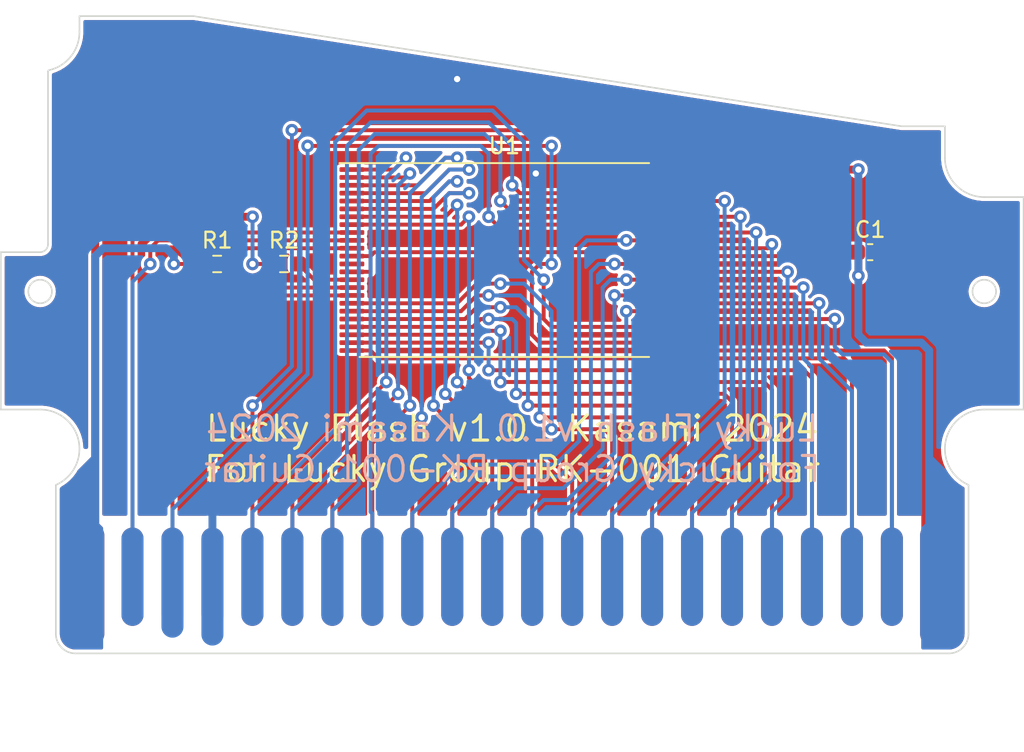
<source format=kicad_pcb>
(kicad_pcb (version 20221018) (generator pcbnew)
  (title_block (rev "1.0"))
  (layers (0 "F.Cu" signal) (31 "B.Cu" signal) (34 "B.Paste" user) (35 "F.Paste" user) (36 "B.SilkS" user "B.Silkscreen") (37 "F.SilkS" user "F.Silkscreen") (38 "B.Mask" user) (39 "F.Mask" user) (44 "Edge.Cuts" user))
  (net 0 "")
  (net 1 "/VCC")
  (net 2 "/A19")
  (net 3 "/A18")
  (net 4 "/A17")
  (net 5 "/A16")
  (net 6 "/A15")
  (net 7 "/A14")
  (net 8 "/A13")
  (net 9 "/A12")
  (net 10 "/A11")
  (net 11 "/A10")
  (net 12 "/A9")
  (net 13 "/A8")
  (net 14 "/A7")
  (net 15 "/A6")
  (net 16 "/A5")
  (net 17 "/A4")
  (net 18 "/A3")
  (net 19 "/A2")
  (net 20 "/A1")
  (net 21 "/A0")
  (net 22 "/A20")
  (net 23 "/CE")
  (net 24 "/OE")
  (net 25 "/D15")
  (net 26 "/D14")
  (net 27 "/D13")
  (net 28 "/D12")
  (net 29 "/D11")
  (net 30 "/D10")
  (net 31 "/D9")
  (net 32 "/D8")
  (net 33 "/D7")
  (net 34 "/D6")
  (net 35 "/D5")
  (net 36 "/D4")
  (net 37 "/D3")
  (net 38 "/D2")
  (net 39 "/D1")
  (net 40 "/D0")
  (net 41 "/GND")
  (net 42 "/RYBY")
  (net 43 "/WE")
  (net 44 "/F_WE")
  (net 45 "/F_RYBY")
  (footprint "Package_SO:TSOP-I-48_18.4x12mm_P0.5mm" (layer "F.Cu") (at 45.5 31)
    (fp_text reference "U1" (at 0 -7.25) (layer "F.SilkS"))
    (fp_text value "Flash-TSOP48-32Mbit")
    (fp_line (start 0 -6.16) (end -10.475 -6.16) (stroke (width 0.12)) (layer "F.SilkS"))
    (fp_line (start 0 -6.16) (end 9.2 -6.16) (stroke (width 0.12)) (layer "F.SilkS"))
    (fp_line (start 0 6.16) (end -9.2 6.16) (stroke (width 0.12)) (layer "F.SilkS"))
    (fp_line (start 0 6.16) (end 9.2 6.16) (stroke (width 0.12)) (layer "F.SilkS"))
    (pad "1" smd roundrect (at -9.6875 -5.75) (size 1.575 0.3) (layers "F.Cu" "F.Paste" "F.Mask") (net 6 "/A15"))
    (pad "2" smd roundrect (at -9.6875 -5.25) (size 1.575 0.3) (layers "F.Cu" "F.Paste" "F.Mask") (net 7 "/A14"))
    (pad "3" smd roundrect (at -9.6875 -4.75) (size 1.575 0.3) (layers "F.Cu" "F.Paste" "F.Mask") (net 8 "/A13"))
    (pad "4" smd roundrect (at -9.6875 -4.25) (size 1.575 0.3) (layers "F.Cu" "F.Paste" "F.Mask") (net 9 "/A12"))
    (pad "5" smd roundrect (at -9.6875 -3.75) (size 1.575 0.3) (layers "F.Cu" "F.Paste" "F.Mask") (net 10 "/A11"))
    (pad "6" smd roundrect (at -9.6875 -3.25) (size 1.575 0.3) (layers "F.Cu" "F.Paste" "F.Mask") (net 11 "/A10"))
    (pad "7" smd roundrect (at -9.6875 -2.75) (size 1.575 0.3) (layers "F.Cu" "F.Paste" "F.Mask") (net 12 "/A9"))
    (pad "8" smd roundrect (at -9.6875 -2.25) (size 1.575 0.3) (layers "F.Cu" "F.Paste" "F.Mask") (net 13 "/A8"))
    (pad "9" smd roundrect (at -9.6875 -1.75) (size 1.575 0.3) (layers "F.Cu" "F.Paste" "F.Mask") (net 2 "/A19"))
    (pad "10" smd roundrect (at -9.6875 -1.25) (size 1.575 0.3) (layers "F.Cu" "F.Paste" "F.Mask") (net 22 "/A20"))
    (pad "11" smd roundrect (at -9.6875 -0.75) (size 1.575 0.3) (layers "F.Cu" "F.Paste" "F.Mask") (net 43 "/WE"))
    (pad "12" smd roundrect (at -9.6875 -0.25) (size 1.575 0.3) (layers "F.Cu" "F.Paste" "F.Mask") (net 1 "/VCC"))
    (pad "13" smd roundrect (at -9.6875 0.25) (size 1.575 0.3) (layers "F.Cu" "F.Paste" "F.Mask"))
    (pad "14" smd roundrect (at -9.6875 0.75) (size 1.575 0.3) (layers "F.Cu" "F.Paste" "F.Mask") (net 1 "/VCC"))
    (pad "15" smd roundrect (at -9.6875 1.25) (size 1.575 0.3) (layers "F.Cu" "F.Paste" "F.Mask") (net 42 "/RYBY"))
    (pad "16" smd roundrect (at -9.6875 1.75) (size 1.575 0.3) (layers "F.Cu" "F.Paste" "F.Mask") (net 3 "/A18"))
    (pad "17" smd roundrect (at -9.6875 2.25) (size 1.575 0.3) (layers "F.Cu" "F.Paste" "F.Mask") (net 4 "/A17"))
    (pad "18" smd roundrect (at -9.6875 2.75) (size 1.575 0.3) (layers "F.Cu" "F.Paste" "F.Mask") (net 14 "/A7"))
    (pad "19" smd roundrect (at -9.6875 3.25) (size 1.575 0.3) (layers "F.Cu" "F.Paste" "F.Mask") (net 15 "/A6"))
    (pad "20" smd roundrect (at -9.6875 3.75) (size 1.575 0.3) (layers "F.Cu" "F.Paste" "F.Mask") (net 16 "/A5"))
    (pad "21" smd roundrect (at -9.6875 4.25) (size 1.575 0.3) (layers "F.Cu" "F.Paste" "F.Mask") (net 17 "/A4"))
    (pad "22" smd roundrect (at -9.6875 4.75) (size 1.575 0.3) (layers "F.Cu" "F.Paste" "F.Mask") (net 18 "/A3"))
    (pad "23" smd roundrect (at -9.6875 5.25) (size 1.575 0.3) (layers "F.Cu" "F.Paste" "F.Mask") (net 19 "/A2"))
    (pad "24" smd roundrect (at -9.6875 5.75) (size 1.575 0.3) (layers "F.Cu" "F.Paste" "F.Mask") (net 20 "/A1"))
    (pad "25" smd roundrect (at 9.6875 5.75) (size 1.575 0.3) (layers "F.Cu" "F.Paste" "F.Mask") (net 21 "/A0"))
    (pad "26" smd roundrect (at 9.6875 5.25) (size 1.575 0.3) (layers "F.Cu" "F.Paste" "F.Mask") (net 23 "/CE"))
    (pad "27" smd roundrect (at 9.6875 4.75) (size 1.575 0.3) (layers "F.Cu" "F.Paste" "F.Mask") (net 41 "/GND"))
    (pad "28" smd roundrect (at 9.6875 4.25) (size 1.575 0.3) (layers "F.Cu" "F.Paste" "F.Mask") (net 24 "/OE"))
    (pad "29" smd roundrect (at 9.6875 3.75) (size 1.575 0.3) (layers "F.Cu" "F.Paste" "F.Mask") (net 40 "/D0"))
    (pad "30" smd roundrect (at 9.6875 3.25) (size 1.575 0.3) (layers "F.Cu" "F.Paste" "F.Mask") (net 32 "/D8"))
    (pad "31" smd roundrect (at 9.6875 2.75) (size 1.575 0.3) (layers "F.Cu" "F.Paste" "F.Mask") (net 39 "/D1"))
    (pad "32" smd roundrect (at 9.6875 2.25) (size 1.575 0.3) (layers "F.Cu" "F.Paste" "F.Mask") (net 31 "/D9"))
    (pad "33" smd roundrect (at 9.6875 1.75) (size 1.575 0.3) (layers "F.Cu" "F.Paste" "F.Mask") (net 38 "/D2"))
    (pad "34" smd roundrect (at 9.6875 1.25) (size 1.575 0.3) (layers "F.Cu" "F.Paste" "F.Mask") (net 30 "/D10"))
    (pad "35" smd roundrect (at 9.6875 0.75) (size 1.575 0.3) (layers "F.Cu" "F.Paste" "F.Mask") (net 37 "/D3"))
    (pad "36" smd roundrect (at 9.6875 0.25) (size 1.575 0.3) (layers "F.Cu" "F.Paste" "F.Mask") (net 29 "/D11"))
    (pad "37" smd roundrect (at 9.6875 -0.25) (size 1.575 0.3) (layers "F.Cu" "F.Paste" "F.Mask") (net 1 "/VCC"))
    (pad "38" smd roundrect (at 9.6875 -0.75) (size 1.575 0.3) (layers "F.Cu" "F.Paste" "F.Mask") (net 36 "/D4"))
    (pad "39" smd roundrect (at 9.6875 -1.25) (size 1.575 0.3) (layers "F.Cu" "F.Paste" "F.Mask") (net 28 "/D12"))
    (pad "40" smd roundrect (at 9.6875 -1.75) (size 1.575 0.3) (layers "F.Cu" "F.Paste" "F.Mask") (net 35 "/D5"))
    (pad "41" smd roundrect (at 9.6875 -2.25) (size 1.575 0.3) (layers "F.Cu" "F.Paste" "F.Mask") (net 27 "/D13"))
    (pad "42" smd roundrect (at 9.6875 -2.75) (size 1.575 0.3) (layers "F.Cu" "F.Paste" "F.Mask") (net 34 "/D6"))
    (pad "43" smd roundrect (at 9.6875 -3.25) (size 1.575 0.3) (layers "F.Cu" "F.Paste" "F.Mask") (net 26 "/D14"))
    (pad "44" smd roundrect (at 9.6875 -3.75) (size 1.575 0.3) (layers "F.Cu" "F.Paste" "F.Mask") (net 33 "/D7"))
    (pad "45" smd roundrect (at 9.6875 -4.25) (size 1.575 0.3) (layers "F.Cu" "F.Paste" "F.Mask") (net 25 "/D15"))
    (pad "46" smd roundrect (at 9.6875 -4.75) (size 1.575 0.3) (layers "F.Cu" "F.Paste" "F.Mask") (net 41 "/GND"))
    (pad "47" smd roundrect (at 9.6875 -5.25) (size 1.575 0.3) (layers "F.Cu" "F.Paste" "F.Mask") (net 1 "/VCC"))
    (pad "48" smd roundrect (at 9.6875 -5.75) (size 1.575 0.3) (layers "F.Cu" "F.Paste" "F.Mask") (net 5 "/A16"))
  )
  (footprint "Resistor_SMD:R_0603_1608Metric_Pad0.98x0.95mm_HandSolder" (layer "F.Cu") (at 27.25 31.25 180)
    (fp_text reference "R1" (at 0 1.5) (layer "F.SilkS"))
    (fp_text value "100R")
    (fp_line (start -0.254724 -0.5225) (end 0.254724 -0.5225) (stroke (width 0.12)) (layer "F.SilkS"))
    (fp_line (start -0.254724 0.5225) (end 0.254724 0.5225) (stroke (width 0.12)) (layer "F.SilkS"))
    (pad "1" smd roundrect (at -0.9125 0 180) (size 0.975 0.95) (layers "F.Cu" "F.Paste" "F.Mask") (net 43 "/WE"))
    (pad "2" smd roundrect (at 0.9125 0 180) (size 0.975 0.95) (layers "F.Cu" "F.Paste" "F.Mask") (net 44 "/F_WE"))
  )
  (footprint "Capacitor_SMD:C_0603_1608Metric_Pad1.08x0.95mm_HandSolder" (layer "F.Cu") (at 68.75 30.5)
    (fp_text reference "C1" (at 0 -1.43) (layer "F.SilkS"))
    (fp_text value "100n")
    (fp_line (start -0.146267 -0.51) (end 0.146267 -0.51) (stroke (width 0.12)) (layer "F.SilkS"))
    (fp_line (start -0.146267 0.51) (end 0.146267 0.51) (stroke (width 0.12)) (layer "F.SilkS"))
    (pad "1" smd roundrect (at -0.8625 0) (size 1.075 0.95) (layers "F.Cu" "F.Paste" "F.Mask") (net 1 "/VCC"))
    (pad "2" smd roundrect (at 0.8625 0) (size 1.075 0.95) (layers "F.Cu" "F.Paste" "F.Mask") (net 41 "/GND"))
  )
  (footprint "Resistor_SMD:R_0603_1608Metric_Pad0.98x0.95mm_HandSolder" (layer "F.Cu") (at 31.5 31.25 180)
    (fp_text reference "R2" (at 0 1.5) (layer "F.SilkS"))
    (fp_text value "100R")
    (fp_line (start -0.254724 -0.5225) (end 0.254724 -0.5225) (stroke (width 0.12)) (layer "F.SilkS"))
    (fp_line (start -0.254724 0.5225) (end 0.254724 0.5225) (stroke (width 0.12)) (layer "F.SilkS"))
    (pad "1" smd roundrect (at -0.9125 0 180) (size 0.975 0.95) (layers "F.Cu" "F.Paste" "F.Mask") (net 42 "/RYBY"))
    (pad "2" smd roundrect (at 0.9125 0 180) (size 0.975 0.95) (layers "F.Cu" "F.Paste" "F.Mask") (net 45 "/F_RYBY"))
  )
  (footprint "CartParts:LuckyCartEdge" (layer "B.Cu") (at 46 56 180)
    (fp_text reference "J1" hide)
    (fp_text value "Edge")
    (pad "1" connect oval (at -26.67 4.375 180) (size 1.5 7.75) (layers "B.Cu" "B.Mask") (net 1 "/VCC"))
    (pad "2" connect oval (at -26.67 4.375 180) (size 1.5 7.75) (layers "F.Cu" "F.Mask") (net 41 "/GND"))
    (pad "3" connect oval (at -24.13 4.875 180) (size 1.4 6.25) (layers "B.Cu" "B.Mask") (net 40 "/D0"))
    (pad "4" connect oval (at -24.13 4.875 180) (size 1.4 6.25) (layers "F.Cu" "F.Mask") (net 21 "/A0"))
    (pad "5" connect oval (at -21.59 4.875 180) (size 1.4 6.25) (layers "B.Cu" "B.Mask") (net 39 "/D1"))
    (pad "6" connect oval (at -21.59 4.875 180) (size 1.4 6.25) (layers "F.Cu" "F.Mask") (net 20 "/A1"))
    (pad "7" connect oval (at -19.05 4.875 180) (size 1.4 6.25) (layers "B.Cu" "B.Mask") (net 38 "/D2"))
    (pad "8" connect oval (at -19.05 4.875 180) (size 1.4 6.25) (layers "F.Cu" "F.Mask") (net 19 "/A2"))
    (pad "9" connect oval (at -16.51 4.875 180) (size 1.4 6.25) (layers "B.Cu" "B.Mask") (net 37 "/D3"))
    (pad "10" connect oval (at -16.51 4.875 180) (size 1.4 6.25) (layers "F.Cu" "F.Mask") (net 18 "/A3"))
    (pad "11" connect oval (at -13.97 4.875 180) (size 1.4 6.25) (layers "B.Cu" "B.Mask") (net 36 "/D4"))
    (pad "12" connect oval (at -13.97 4.875 180) (size 1.4 6.25) (layers "F.Cu" "F.Mask") (net 17 "/A4"))
    (pad "13" connect oval (at -11.43 4.875 180) (size 1.4 6.25) (layers "B.Cu" "B.Mask") (net 35 "/D5"))
    (pad "14" connect oval (at -11.43 4.875 180) (size 1.4 6.25) (layers "F.Cu" "F.Mask") (net 16 "/A5"))
    (pad "15" connect oval (at -8.89 4.875 180) (size 1.4 6.25) (layers "B.Cu" "B.Mask") (net 34 "/D6"))
    (pad "16" connect oval (at -8.89 4.875 180) (size 1.4 6.25) (layers "F.Cu" "F.Mask") (net 15 "/A6"))
    (pad "17" connect oval (at -6.35 4.875 180) (size 1.4 6.25) (layers "B.Cu" "B.Mask") (net 33 "/D7"))
    (pad "18" connect oval (at -6.35 4.875 180) (size 1.4 6.25) (layers "F.Cu" "F.Mask") (net 14 "/A7"))
    (pad "19" connect oval (at -3.81 4.875 180) (size 1.4 6.25) (layers "B.Cu" "B.Mask") (net 32 "/D8"))
    (pad "20" connect oval (at -3.81 4.875 180) (size 1.4 6.25) (layers "F.Cu" "F.Mask") (net 13 "/A8"))
    (pad "21" connect oval (at -1.27 4.875 180) (size 1.4 6.25) (layers "B.Cu" "B.Mask") (net 31 "/D9"))
    (pad "22" connect oval (at -1.27 4.875 180) (size 1.4 6.25) (layers "F.Cu" "F.Mask") (net 12 "/A9"))
    (pad "23" connect oval (at 1.27 4.875 180) (size 1.4 6.25) (layers "B.Cu" "B.Mask") (net 30 "/D10"))
    (pad "24" connect oval (at 1.27 4.875 180) (size 1.4 6.25) (layers "F.Cu" "F.Mask") (net 11 "/A10"))
    (pad "25" connect oval (at 3.81 4.875 180) (size 1.4 6.25) (layers "B.Cu" "B.Mask") (net 29 "/D11"))
    (pad "26" connect oval (at 3.81 4.875 180) (size 1.4 6.25) (layers "F.Cu" "F.Mask") (net 10 "/A11"))
    (pad "27" connect oval (at 6.35 4.875 180) (size 1.4 6.25) (layers "B.Cu" "B.Mask") (net 28 "/D12"))
    (pad "28" connect oval (at 6.35 4.875 180) (size 1.4 6.25) (layers "F.Cu" "F.Mask") (net 9 "/A12"))
    (pad "29" connect oval (at 8.89 4.875 180) (size 1.4 6.25) (layers "B.Cu" "B.Mask") (net 27 "/D13"))
    (pad "30" connect oval (at 8.89 4.875 180) (size 1.4 6.25) (layers "F.Cu" "F.Mask") (net 8 "/A13"))
    (pad "31" connect oval (at 11.43 4.875 180) (size 1.4 6.25) (layers "B.Cu" "B.Mask") (net 26 "/D14"))
    (pad "32" connect oval (at 11.43 4.875 180) (size 1.4 6.25) (layers "F.Cu" "F.Mask") (net 7 "/A14"))
    (pad "33" connect oval (at 13.97 4.875 180) (size 1.4 6.25) (layers "B.Cu" "B.Mask") (net 25 "/D15"))
    (pad "34" connect oval (at 13.97 4.875 180) (size 1.4 6.25) (layers "F.Cu" "F.Mask") (net 6 "/A15"))
    (pad "35" connect oval (at 16.51 4.875 180) (size 1.4 6.25) (layers "B.Cu" "B.Mask") (net 24 "/OE"))
    (pad "36" connect oval (at 16.51 4.875 180) (size 1.4 6.25) (layers "F.Cu" "F.Mask") (net 5 "/A16"))
    (pad "37" connect oval (at 19.05 4.25 180) (size 1.4 7.5) (layers "B.Cu" "B.Mask") (net 41 "/GND"))
    (pad "38" connect oval (at 19.05 4.875 180) (size 1.4 6.25) (layers "F.Cu" "F.Mask") (net 4 "/A17"))
    (pad "39" connect oval (at 21.59 4.5 180) (size 1.4 7) (layers "B.Cu" "B.Mask") (net 23 "/CE"))
    (pad "40" connect oval (at 21.59 4.875 180) (size 1.4 6.25) (layers "F.Cu" "F.Mask") (net 3 "/A18"))
    (pad "41" connect oval (at 24.13 4.875 180) (size 1.4 6.25) (layers "B.Cu" "B.Mask") (net 22 "/A20"))
    (pad "42" connect oval (at 24.13 4.875 180) (size 1.4 6.25) (layers "F.Cu" "F.Mask") (net 2 "/A19"))
    (pad "43" connect oval (at 26.67 4.375 180) (size 1.5 7.75) (layers "B.Cu" "B.Mask") (net 44 "/F_WE"))
    (pad "44" connect oval (at 26.67 4.375 180) (size 1.5 7.75) (layers "F.Cu" "F.Mask") (net 45 "/F_RYBY"))
  )
  (gr_line (start 18.25 56) (end 73.75 56) (stroke (width 0.1)) (layer "Edge.Cuts"))
  (gr_line (start 16.5 30) (end 16.5 19) (stroke (width 0.1)) (layer "Edge.Cuts"))
  (gr_arc (start 16.5 30) (mid 16.353553 30.353553) (end 16 30.5) (stroke (width 0.1)) (layer "Edge.Cuts"))
  (gr_line (start 18.5 15.5) (end 18.5 16.5) (stroke (width 0.1)) (layer "Edge.Cuts"))
  (gr_circle (center 16 33) (end 16.75 33) (stroke (width 0.1)) (fill none) (layer "Edge.Cuts"))
  (gr_line (start 25.75 15.5) (end 70.75 22.5) (stroke (width 0.1)) (layer "Edge.Cuts"))
  (gr_line (start 75.999998 40.5) (end 78.5 40.5) (stroke (width 0.1)) (layer "Edge.Cuts"))
  (gr_line (start 17 54.75) (end 17 45.3) (stroke (width 0.1)) (layer "Edge.Cuts"))
  (gr_line (start 16 40.5) (end 13.5 40.5) (stroke (width 0.1)) (layer "Edge.Cuts"))
  (gr_line (start 17 45.3) (end 17.118034 45.236068) (stroke (width 0.1)) (layer "Edge.Cuts"))
  (gr_arc (start 74.881964 45.236068) (mid 73.566876 42.425618) (end 75.999998 40.5) (stroke (width 0.1)) (layer "Edge.Cuts"))
  (gr_arc (start 18.25 56) (mid 17.366117 55.633883) (end 17 54.75) (stroke (width 0.1)) (layer "Edge.Cuts"))
  (gr_line (start 73.5 22.5) (end 70.75 22.5) (stroke (width 0.1)) (layer "Edge.Cuts"))
  (gr_line (start 75 54.75) (end 75 45.3) (stroke (width 0.1)) (layer "Edge.Cuts"))
  (gr_arc (start 18.5 16.5) (mid 17.950104 18.064319) (end 16.542326 18.940468) (stroke (width 0.1)) (layer "Edge.Cuts"))
  (gr_line (start 16.542326 18.940468) (end 16.5 19) (stroke (width 0.1)) (layer "Edge.Cuts"))
  (gr_arc (start 76 27) (mid 74.232233 26.267767) (end 73.5 24.5) (stroke (width 0.1)) (layer "Edge.Cuts"))
  (gr_line (start 78.5 40.5) (end 78.5 27) (stroke (width 0.1)) (layer "Edge.Cuts"))
  (gr_circle (center 76 33) (end 76.75 33) (stroke (width 0.1)) (fill none) (layer "Edge.Cuts"))
  (gr_arc (start 75 54.75) (mid 74.633883 55.633883) (end 73.75 56) (stroke (width 0.1)) (layer "Edge.Cuts"))
  (gr_line (start 74.881964 45.236068) (end 75 45.3) (stroke (width 0.1)) (layer "Edge.Cuts"))
  (gr_line (start 78.5 27) (end 76 27) (stroke (width 0.1)) (layer "Edge.Cuts"))
  (gr_line (start 13.5 40.5) (end 13.5 30.5) (stroke (width 0.1)) (layer "Edge.Cuts"))
  (gr_line (start 13.5 30.5) (end 16 30.5) (stroke (width 0.1)) (layer "Edge.Cuts"))
  (gr_arc (start 16 40.5) (mid 18.433122 42.425618) (end 17.118034 45.236068) (stroke (width 0.1)) (layer "Edge.Cuts"))
  (gr_line (start 18.5 15.5) (end 25.75 15.5) (stroke (width 0.1)) (layer "Edge.Cuts"))
  (gr_line (start 73.5 24.5) (end 73.5 22.5) (stroke (width 0.1)) (layer "Edge.Cuts"))
  (gr_text "Lucky Flash v${REVISION}  Kasami 2024\nFor Lucky Group RK-001 Guitar" (at 46 43) (layer "B.SilkS") (effects (font (size 1.6 1.6) (thickness 0.2)) (justify mirror)))
  (gr_text "Lucky Flash v${REVISION}  Kasami 2024\nFor Lucky Group RK-001 Guitar" (at 46 43) (layer "F.SilkS") (effects (font (size 1.6 1.6) (thickness 0.2))))
  (segment (start 63.5 30.75) (end 63.75 30.5) (width 0.25) (layer "F.Cu") (net 1))
  (segment (start 57 25.25) (end 56.5 25.75) (width 0.25) (layer "F.Cu") (net 1))
  (segment (start 57 25.25) (end 67.75 25.25) (width 0.5) (layer "F.Cu") (net 1))
  (segment (start 37 30.75) (end 37.25 30.5) (width 0.25) (layer "F.Cu") (net 1))
  (segment (start 54 30.75) (end 55.1875 30.75) (width 0.25) (layer "F.Cu") (net 1))
  (segment (start 37 30.75) (end 37 31.75) (width 0.25) (layer "F.Cu") (net 1))
  (segment (start 63.75 30.5) (end 67.8875 30.5) (width 0.5) (layer "F.Cu") (net 1))
  (segment (start 67.75 25.25) (end 68 25.25) (width 0.5) (layer "F.Cu") (net 1))
  (segment (start 53.75 30.5) (end 54 30.75) (width 0.25) (layer "F.Cu") (net 1))
  (segment (start 55.1875 30.75) (end 63.5 30.75) (width 0.25) (layer "F.Cu") (net 1))
  (segment (start 37 31.75) (end 35.8125 31.75) (width 0.25) (layer "F.Cu") (net 1))
  (segment (start 68 32) (end 68 30.6125) (width 0.5) (layer "F.Cu") (net 1))
  (segment (start 68 30.6125) (end 67.8875 30.5) (width 0.5) (layer "F.Cu") (net 1))
  (segment (start 37.75 30.5) (end 53.75 30.5) (width 0.25) (layer "F.Cu") (net 1))
  (segment (start 56.5 25.75) (end 55.1875 25.75) (width 0.25) (layer "F.Cu") (net 1))
  (segment (start 35.8125 30.75) (end 37 30.75) (width 0.25) (layer "F.Cu") (net 1))
  (via (at 68 25.25) (size 0.8) (drill 0.4) (layers "F.Cu" "B.Cu") (net 1))
  (via (at 68 32) (size 0.8) (drill 0.4) (layers "F.Cu" "B.Cu") (net 1))
  (segment (start 72.5 51.455) (end 72.5 36.75) (width 0.5) (layer "B.Cu") (net 1))
  (segment (start 68.5 36.25) (end 68 35.75) (width 0.5) (layer "B.Cu") (net 1))
  (segment (start 72 36.25) (end 68.5 36.25) (width 0.5) (layer "B.Cu") (net 1))
  (segment (start 68 35.75) (end 68 32) (width 0.5) (layer "B.Cu") (net 1))
  (segment (start 72.5 36.75) (end 72 36.25) (width 0.5) (layer "B.Cu") (net 1))
  (segment (start 72.67 51.625) (end 72.5 51.455) (width 0.5) (layer "B.Cu") (net 1))
  (segment (start 68 25.25) (end 68 32) (width 0.5) (layer "B.Cu") (net 1))
  (segment (start 21.87 51.125) (end 21.87 29.75) (width 0.25) (layer "F.Cu") (net 2))
  (segment (start 22.37 29.25) (end 35.8125 29.25) (width 0.25) (layer "F.Cu") (net 2))
  (segment (start 21.87 29.75) (end 22.37 29.25) (width 0.25) (layer "F.Cu") (net 2))
  (segment (start 24.41 33.25) (end 24.91 32.75) (width 0.25) (layer "F.Cu") (net 3))
  (segment (start 24.41 51.125) (end 24.41 33.25) (width 0.25) (layer "F.Cu") (net 3))
  (segment (start 24.91 32.75) (end 35.8125 32.75) (width 0.25) (layer "F.Cu") (net 3))
  (segment (start 26.95 33.75) (end 27.45 33.25) (width 0.25) (layer "F.Cu") (net 4))
  (segment (start 27.45 33.25) (end 35.8125 33.25) (width 0.25) (layer "F.Cu") (net 4))
  (segment (start 26.95 51.125) (end 26.95 33.75) (width 0.25) (layer "F.Cu") (net 4))
  (segment (start 29.49 41.24) (end 29.49 51.125) (width 0.25) (layer "F.Cu") (net 5))
  (segment (start 50.25 25.25) (end 55.1875 25.25) (width 0.25) (layer "F.Cu") (net 5))
  (segment (start 50 23.25) (end 50 25) (width 0.25) (layer "F.Cu") (net 5))
  (segment (start 50 25) (end 50.25 25.25) (width 0.25) (layer "F.Cu") (net 5))
  (segment (start 32 22.75) (end 49.5 22.75) (width 0.25) (layer "F.Cu") (net 5))
  (segment (start 49.5 22.75) (end 50 23.25) (width 0.25) (layer "F.Cu") (net 5))
  (segment (start 29.5 40.25) (end 29.49 41.24) (width 0.25) (layer "F.Cu") (net 5))
  (via (at 29.5 40.25) (size 0.8) (drill 0.4) (layers "F.Cu" "B.Cu") (net 5))
  (via (at 32 22.75) (size 0.8) (drill 0.4) (layers "F.Cu" "B.Cu") (net 5))
  (segment (start 32 37.75) (end 29.5 40.25) (width 0.25) (layer "B.Cu") (net 5))
  (segment (start 32 22.75) (end 32 37.75) (width 0.25) (layer "B.Cu") (net 5))
  (segment (start 32.03 44.72) (end 32.03 51.125) (width 0.25) (layer "F.Cu") (net 6))
  (segment (start 39.25 24.5) (end 38.5 25.25) (width 0.25) (layer "F.Cu") (net 6))
  (segment (start 38 38.75) (end 32.03 44.72) (width 0.25) (layer "F.Cu") (net 6))
  (segment (start 38.5 25.25) (end 35.8125 25.25) (width 0.25) (layer "F.Cu") (net 6))
  (via (at 39.25 24.5) (size 0.8) (drill 0.4) (layers "F.Cu" "B.Cu") (net 6))
  (via (at 38 38.75) (size 0.8) (drill 0.4) (layers "F.Cu" "B.Cu") (net 6))
  (segment (start 38 25.75) (end 38 38.75) (width 0.25) (layer "B.Cu") (net 6))
  (segment (start 39.25 24.5) (end 38 25.75) (width 0.25) (layer "B.Cu") (net 6))
  (segment (start 34.57 43.68) (end 34.57 51.125) (width 0.25) (layer "F.Cu") (net 7))
  (segment (start 38.75 39.5) (end 34.57 43.68) (width 0.25) (layer "F.Cu") (net 7))
  (segment (start 39.5 25.5) (end 39.25 25.75) (width 0.25) (layer "F.Cu") (net 7))
  (segment (start 39.25 25.75) (end 35.8125 25.75) (width 0.25) (layer "F.Cu") (net 7))
  (via (at 39.5 25.5) (size 0.8) (drill 0.4) (layers "F.Cu" "B.Cu") (net 7))
  (via (at 38.75 39.5) (size 0.8) (drill 0.4) (layers "F.Cu" "B.Cu") (net 7))
  (segment (start 38.75 26.25) (end 38.75 39.5) (width 0.25) (layer "B.Cu") (net 7))
  (segment (start 39.5 25.5) (end 38.75 26.25) (width 0.25) (layer "B.Cu") (net 7))
  (segment (start 41.75 24.5) (end 40 26.25) (width 0.25) (layer "F.Cu") (net 8))
  (segment (start 42.5 24.5) (end 41.75 24.5) (width 0.25) (layer "F.Cu") (net 8))
  (segment (start 40 26.25) (end 35.8125 26.25) (width 0.25) (layer "F.Cu") (net 8))
  (segment (start 37.11 42.64) (end 37.11 51.125) (width 0.25) (layer "F.Cu") (net 8))
  (segment (start 39.5 40.25) (end 37.11 42.64) (width 0.25) (layer "F.Cu") (net 8))
  (via (at 42.5 24.5) (size 0.8) (drill 0.4) (layers "F.Cu" "B.Cu") (net 8))
  (via (at 39.5 40.25) (size 0.8) (drill 0.4) (layers "F.Cu" "B.Cu") (net 8))
  (segment (start 41.75 24.5) (end 42.5 24.5) (width 0.25) (layer "B.Cu") (net 8))
  (segment (start 39.5 40.25) (end 39.5 26.75) (width 0.25) (layer "B.Cu") (net 8))
  (segment (start 39.5 26.75) (end 41.75 24.5) (width 0.25) (layer "B.Cu") (net 8))
  (segment (start 40.5 26.75) (end 35.8125 26.75) (width 0.25) (layer "F.Cu") (net 9))
  (segment (start 42 25.25) (end 40.5 26.75) (width 0.25) (layer "F.Cu") (net 9))
  (segment (start 40.25 41) (end 39.65 41.6) (width 0.25) (layer "F.Cu") (net 9))
  (segment (start 39.65 41.6) (end 39.65 51.125) (width 0.25) (layer "F.Cu") (net 9))
  (segment (start 43.25 25.25) (end 42 25.25) (width 0.25) (layer "F.Cu") (net 9))
  (via (at 40.25 41) (size 0.8) (drill 0.4) (layers "F.Cu" "B.Cu") (net 9))
  (via (at 43.25 25.25) (size 0.8) (drill 0.4) (layers "F.Cu" "B.Cu") (net 9))
  (segment (start 40.25 41) (end 40.25 27) (width 0.25) (layer "B.Cu") (net 9))
  (segment (start 40.25 27) (end 42 25.25) (width 0.25) (layer "B.Cu") (net 9))
  (segment (start 42 25.25) (end 43.25 25.25) (width 0.25) (layer "B.Cu") (net 9))
  (segment (start 41 40.25) (end 42.19 41.44) (width 0.25) (layer "F.Cu") (net 10))
  (segment (start 42.19 41.44) (end 42.19 51.125) (width 0.25) (layer "F.Cu") (net 10))
  (segment (start 42 26) (end 40.75 27.25) (width 0.25) (layer "F.Cu") (net 10))
  (segment (start 42.5 26) (end 42 26) (width 0.25) (layer "F.Cu") (net 10))
  (segment (start 40.75 27.25) (end 35.8125 27.25) (width 0.25) (layer "F.Cu") (net 10))
  (via (at 42.5 26) (size 0.8) (drill 0.4) (layers "F.Cu" "B.Cu") (net 10))
  (via (at 41 40.25) (size 0.8) (drill 0.4) (layers "F.Cu" "B.Cu") (net 10))
  (segment (start 41 27) (end 42 26) (width 0.25) (layer "B.Cu") (net 10))
  (segment (start 42 26) (end 42.5 26) (width 0.25) (layer "B.Cu") (net 10))
  (segment (start 41 40.25) (end 41 27) (width 0.25) (layer "B.Cu") (net 10))
  (segment (start 41 27.75) (end 35.8125 27.75) (width 0.25) (layer "F.Cu") (net 11))
  (segment (start 42 26.75) (end 41 27.75) (width 0.25) (layer "F.Cu") (net 11))
  (segment (start 44.73 42.48) (end 44.73 51.125) (width 0.25) (layer "F.Cu") (net 11))
  (segment (start 41.75 39.5) (end 44.73 42.48) (width 0.25) (layer "F.Cu") (net 11))
  (segment (start 43.25 26.75) (end 42 26.75) (width 0.25) (layer "F.Cu") (net 11))
  (via (at 43.25 26.75) (size 0.8) (drill 0.4) (layers "F.Cu" "B.Cu") (net 11))
  (via (at 41.75 39.5) (size 0.8) (drill 0.4) (layers "F.Cu" "B.Cu") (net 11))
  (segment (start 42 26.75) (end 43.25 26.75) (width 0.25) (layer "B.Cu") (net 11))
  (segment (start 41.75 27) (end 42 26.75) (width 0.25) (layer "B.Cu") (net 11))
  (segment (start 41.75 39.5) (end 41.75 27) (width 0.25) (layer "B.Cu") (net 11))
  (segment (start 47.27 43.52) (end 47.27 51.125) (width 0.25) (layer "F.Cu") (net 12))
  (segment (start 42.5 27.5) (end 41.75 28.25) (width 0.25) (layer "F.Cu") (net 12))
  (segment (start 42.5 38.75) (end 47.27 43.52) (width 0.25) (layer "F.Cu") (net 12))
  (segment (start 41.75 28.25) (end 35.8125 28.25) (width 0.25) (layer "F.Cu") (net 12))
  (via (at 42.5 27.5) (size 0.8) (drill 0.4) (layers "F.Cu" "B.Cu") (net 12))
  (via (at 42.5 38.75) (size 0.8) (drill 0.4) (layers "F.Cu" "B.Cu") (net 12))
  (segment (start 42.5 27.75) (end 42.5 27.5) (width 0.25) (layer "B.Cu") (net 12))
  (segment (start 42.5 38.75) (end 42.5 27.75) (width 0.25) (layer "B.Cu") (net 12))
  (segment (start 43.25 28.25) (end 42.75 28.75) (width 0.25) (layer "F.Cu") (net 13))
  (segment (start 49.81 45.06) (end 49.81 51.125) (width 0.25) (layer "F.Cu") (net 13))
  (segment (start 43.25 38.5) (end 49.81 45.06) (width 0.25) (layer "F.Cu") (net 13))
  (segment (start 42.75 28.75) (end 35.8125 28.75) (width 0.25) (layer "F.Cu") (net 13))
  (segment (start 43.25 38) (end 43.25 38.5) (width 0.25) (layer "F.Cu") (net 13))
  (via (at 43.25 28.25) (size 0.8) (drill 0.4) (layers "F.Cu" "B.Cu") (net 13))
  (via (at 43.25 38) (size 0.8) (drill 0.4) (layers "F.Cu" "B.Cu") (net 13))
  (segment (start 43.25 38) (end 43.25 28.25) (width 0.25) (layer "B.Cu") (net 13))
  (segment (start 48.5 41.75) (end 51.85 41.75) (width 0.25) (layer "F.Cu") (net 14))
  (segment (start 42.5 33.75) (end 35.8125 33.75) (width 0.25) (layer "F.Cu") (net 14))
  (segment (start 51.85 41.75) (end 52.35 42.25) (width 0.25) (layer "F.Cu") (net 14))
  (segment (start 52.35 42.25) (end 52.35 51.125) (width 0.25) (layer "F.Cu") (net 14))
  (segment (start 45.25 32.5) (end 43.75 32.5) (width 0.25) (layer "F.Cu") (net 14))
  (segment (start 43.75 32.5) (end 42.5 33.75) (width 0.25) (layer "F.Cu") (net 14))
  (via (at 45.25 32.5) (size 0.8) (drill 0.4) (layers "F.Cu" "B.Cu") (net 14))
  (via (at 48.5 41.75) (size 0.8) (drill 0.4) (layers "F.Cu" "B.Cu") (net 14))
  (segment (start 48.5 41.75) (end 48.5 34.25) (width 0.25) (layer "B.Cu") (net 14))
  (segment (start 48.5 34.25) (end 46.75 32.5) (width 0.25) (layer "B.Cu") (net 14))
  (segment (start 46.75 32.5) (end 45.25 32.5) (width 0.25) (layer "B.Cu") (net 14))
  (segment (start 47.75 41) (end 54.39 41) (width 0.25) (layer "F.Cu") (net 15))
  (segment (start 44.5 33.25) (end 43.75 33.25) (width 0.25) (layer "F.Cu") (net 15))
  (segment (start 42.75 34.25) (end 35.8125 34.25) (width 0.25) (layer "F.Cu") (net 15))
  (segment (start 43.75 33.25) (end 42.75 34.25) (width 0.25) (layer "F.Cu") (net 15))
  (segment (start 54.89 41.5) (end 54.89 51.125) (width 0.25) (layer "F.Cu") (net 15))
  (segment (start 54.39 41) (end 54.89 41.5) (width 0.25) (layer "F.Cu") (net 15))
  (via (at 44.5 33.25) (size 0.8) (drill 0.4) (layers "F.Cu" "B.Cu") (net 15))
  (via (at 47.75 41) (size 0.8) (drill 0.4) (layers "F.Cu" "B.Cu") (net 15))
  (segment (start 46.5 33.25) (end 44.5 33.25) (width 0.25) (layer "B.Cu") (net 15))
  (segment (start 47.75 34.5) (end 46.5 33.25) (width 0.25) (layer "B.Cu") (net 15))
  (segment (start 47.75 41) (end 47.75 34.5) (width 0.25) (layer "B.Cu") (net 15))
  (segment (start 43.75 34) (end 45.25 34) (width 0.25) (layer "F.Cu") (net 16))
  (segment (start 57.43 40.75) (end 57.43 51.125) (width 0.25) (layer "F.Cu") (net 16))
  (segment (start 47 40.25) (end 56.93 40.25) (width 0.25) (layer "F.Cu") (net 16))
  (segment (start 35.8125 34.75) (end 43 34.75) (width 0.25) (layer "F.Cu") (net 16))
  (segment (start 56.93 40.25) (end 57.43 40.75) (width 0.25) (layer "F.Cu") (net 16))
  (segment (start 43 34.75) (end 43.75 34) (width 0.25) (layer "F.Cu") (net 16))
  (via (at 45.25 34) (size 0.8) (drill 0.4) (layers "F.Cu" "B.Cu") (net 16))
  (via (at 47 40.25) (size 0.8) (drill 0.4) (layers "F.Cu" "B.Cu") (net 16))
  (segment (start 47 34.75) (end 46.25 34) (width 0.25) (layer "B.Cu") (net 16))
  (segment (start 46.25 34) (end 45.25 34) (width 0.25) (layer "B.Cu") (net 16))
  (segment (start 47 40.25) (end 47 34.75) (width 0.25) (layer "B.Cu") (net 16))
  (segment (start 44 34.75) (end 43.5 35.25) (width 0.25) (layer "F.Cu") (net 17))
  (segment (start 43.5 35.25) (end 35.8125 35.25) (width 0.25) (layer "F.Cu") (net 17))
  (segment (start 59.97 40) (end 59.97 51.125) (width 0.25) (layer "F.Cu") (net 17))
  (segment (start 59.47 39.5) (end 59.97 40) (width 0.25) (layer "F.Cu") (net 17))
  (segment (start 44.5 34.75) (end 44 34.75) (width 0.25) (layer "F.Cu") (net 17))
  (segment (start 46.25 39.5) (end 59.47 39.5) (width 0.25) (layer "F.Cu") (net 17))
  (via (at 46.25 39.5) (size 0.8) (drill 0.4) (layers "F.Cu" "B.Cu") (net 17))
  (via (at 44.5 34.75) (size 0.8) (drill 0.4) (layers "F.Cu" "B.Cu") (net 17))
  (segment (start 46.25 35) (end 46 34.75) (width 0.25) (layer "B.Cu") (net 17))
  (segment (start 46 34.75) (end 44.5 34.75) (width 0.25) (layer "B.Cu") (net 17))
  (segment (start 46.25 39.5) (end 46.25 35) (width 0.25) (layer "B.Cu") (net 17))
  (segment (start 45.25 35.5) (end 44 35.5) (width 0.25) (layer "F.Cu") (net 18))
  (segment (start 45.25 38.75) (end 62.01 38.75) (width 0.25) (layer "F.Cu") (net 18))
  (segment (start 43.75 35.75) (end 35.8125 35.75) (width 0.25) (layer "F.Cu") (net 18))
  (segment (start 44 35.5) (end 43.75 35.75) (width 0.25) (layer "F.Cu") (net 18))
  (segment (start 62.01 38.75) (end 62.51 39.25) (width 0.25) (layer "F.Cu") (net 18))
  (segment (start 62.51 39.25) (end 62.51 51.125) (width 0.25) (layer "F.Cu") (net 18))
  (via (at 45.25 38.75) (size 0.8) (drill 0.4) (layers "F.Cu" "B.Cu") (net 18))
  (via (at 45.25 35.5) (size 0.8) (drill 0.4) (layers "F.Cu" "B.Cu") (net 18))
  (segment (start 45.25 38.75) (end 45.25 35.5) (width 0.25) (layer "B.Cu") (net 18))
  (segment (start 65.05 38.5) (end 65.05 51.125) (width 0.25) (layer "F.Cu") (net 19))
  (segment (start 44.5 36.25) (end 35.8125 36.25) (width 0.25) (layer "F.Cu") (net 19))
  (segment (start 64.55 38) (end 65.05 38.5) (width 0.25) (layer "F.Cu") (net 19))
  (segment (start 44.5 38) (end 64.55 38) (width 0.25) (layer "F.Cu") (net 19))
  (via (at 44.5 38) (size 0.8) (drill 0.4) (layers "F.Cu" "B.Cu") (net 19))
  (via (at 44.5 36.25) (size 0.8) (drill 0.4) (layers "F.Cu" "B.Cu") (net 19))
  (segment (start 44.5 38) (end 44.5 36.25) (width 0.25) (layer "B.Cu") (net 19))
  (segment (start 37.5 37.25) (end 67.09 37.25) (width 0.25) (layer "F.Cu") (net 20))
  (segment (start 37 36.75) (end 37.5 37.25) (width 0.25) (layer "F.Cu") (net 20))
  (segment (start 67.59 37.75) (end 67.59 51.125) (width 0.25) (layer "F.Cu") (net 20))
  (segment (start 35.8125 36.75) (end 37 36.75) (width 0.25) (layer "F.Cu") (net 20))
  (segment (start 67.09 37.25) (end 67.59 37.75) (width 0.25) (layer "F.Cu") (net 20))
  (segment (start 70.13 37.25) (end 70.13 51.125) (width 0.25) (layer "F.Cu") (net 21))
  (segment (start 55.1875 36.75) (end 69.63 36.75) (width 0.25) (layer "F.Cu") (net 21))
  (segment (start 69.63 36.75) (end 70.13 37.25) (width 0.25) (layer "F.Cu") (net 21))
  (segment (start 35.8125 29.75) (end 23.5 29.75) (width 0.25) (layer "F.Cu") (net 22))
  (segment (start 23 30.25) (end 23 31.25) (width 0.25) (layer "F.Cu") (net 22))
  (segment (start 23.5 29.75) (end 23 30.25) (width 0.25) (layer "F.Cu") (net 22))
  (via (at 23 31.25) (size 0.8) (drill 0.4) (layers "F.Cu" "B.Cu") (net 22))
  (segment (start 21.87 32.38) (end 21.87 51.125) (width 0.25) (layer "B.Cu") (net 22))
  (segment (start 23 31.25) (end 21.87 32.38) (width 0.25) (layer "B.Cu") (net 22))
  (segment (start 47.25 35.75) (end 47.75 36.25) (width 0.25) (layer "F.Cu") (net 23))
  (segment (start 33 23.75) (end 48.5 23.75) (width 0.25) (layer "F.Cu") (net 23))
  (segment (start 48.5 31.25) (end 47.75 31.25) (width 0.25) (layer "F.Cu") (net 23))
  (segment (start 47.75 31.25) (end 47.25 31.75) (width 0.25) (layer "F.Cu") (net 23))
  (segment (start 47.25 31.75) (end 47.25 35.75) (width 0.25) (layer "F.Cu") (net 23))
  (segment (start 47.75 36.25) (end 55.1875 36.25) (width 0.25) (layer "F.Cu") (net 23))
  (via (at 33 23.75) (size 0.8) (drill 0.4) (layers "F.Cu" "B.Cu") (net 23))
  (via (at 48.5 31.25) (size 0.8) (drill 0.4) (layers "F.Cu" "B.Cu") (net 23))
  (via (at 48.5 23.75) (size 0.8) (drill 0.4) (layers "F.Cu" "B.Cu") (net 23))
  (segment (start 24.41 46.84) (end 24.41 51.5) (width 0.25) (layer "B.Cu") (net 23))
  (segment (start 33 23.75) (end 33 38.25) (width 0.25) (layer "B.Cu") (net 23))
  (segment (start 33 38.25) (end 24.41 46.84) (width 0.25) (layer "B.Cu") (net 23))
  (segment (start 48.5 31.25) (end 48.5 23.75) (width 0.25) (layer "B.Cu") (net 23))
  (segment (start 48 34.75) (end 48.5 35.25) (width 0.25) (layer "F.Cu") (net 24))
  (segment (start 48.5 35.25) (end 55.1875 35.25) (width 0.25) (layer "F.Cu") (net 24))
  (segment (start 48 32.25) (end 48 34.75) (width 0.25) (layer "F.Cu") (net 24))
  (via (at 48 32.25) (size 0.8) (drill 0.4) (layers "F.Cu" "B.Cu") (net 24))
  (segment (start 36.75 21.5) (end 34.75 23.5) (width 0.25) (layer "B.Cu") (net 24))
  (segment (start 44.75 21.5) (end 36.75 21.5) (width 0.25) (layer "B.Cu") (net 24))
  (segment (start 34.75 23.5) (end 34.75 41.75) (width 0.25) (layer "B.Cu") (net 24))
  (segment (start 46.75 31) (end 46.75 23.5) (width 0.25) (layer "B.Cu") (net 24))
  (segment (start 29.49 47.01) (end 29.49 51.125) (width 0.25) (layer "B.Cu") (net 24))
  (segment (start 48 32.25) (end 46.75 31) (width 0.25) (layer "B.Cu") (net 24))
  (segment (start 46.75 23.5) (end 44.75 21.5) (width 0.25) (layer "B.Cu") (net 24))
  (segment (start 34.75 41.75) (end 29.49 47.01) (width 0.25) (layer "B.Cu") (net 24))
  (segment (start 46.5 26.75) (end 55.1875 26.75) (width 0.25) (layer "F.Cu") (net 25))
  (segment (start 46 26.25) (end 46.5 26.75) (width 0.25) (layer "F.Cu") (net 25))
  (via (at 46 26.25) (size 0.8) (drill 0.4) (layers "F.Cu" "B.Cu") (net 25))
  (segment (start 44.5 22.25) (end 37 22.25) (width 0.25) (layer "B.Cu") (net 25))
  (segment (start 37 22.25) (end 35.5 23.75) (width 0.25) (layer "B.Cu") (net 25))
  (segment (start 46 26.25) (end 46 23.75) (width 0.25) (layer "B.Cu") (net 25))
  (segment (start 32.03 46.97) (end 32.03 51.125) (width 0.25) (layer "B.Cu") (net 25))
  (segment (start 35.5 43.5) (end 32.03 46.97) (width 0.25) (layer "B.Cu") (net 25))
  (segment (start 46 23.75) (end 44.5 22.25) (width 0.25) (layer "B.Cu") (net 25))
  (segment (start 35.5 23.75) (end 35.5 43.5) (width 0.25) (layer "B.Cu") (net 25))
  (segment (start 45.25 27.25) (end 45.75 27.75) (width 0.25) (layer "F.Cu") (net 26))
  (segment (start 45.75 27.75) (end 55.1875 27.75) (width 0.25) (layer "F.Cu") (net 26))
  (via (at 45.25 27.25) (size 0.8) (drill 0.4) (layers "F.Cu" "B.Cu") (net 26))
  (segment (start 37.25 23) (end 36.25 24) (width 0.25) (layer "B.Cu") (net 26))
  (segment (start 44.25 23) (end 37.25 23) (width 0.25) (layer "B.Cu") (net 26))
  (segment (start 36.25 45.25) (end 34.57 46.93) (width 0.25) (layer "B.Cu") (net 26))
  (segment (start 34.57 46.93) (end 34.57 51.125) (width 0.25) (layer "B.Cu") (net 26))
  (segment (start 36.25 24) (end 36.25 45.25) (width 0.25) (layer "B.Cu") (net 26))
  (segment (start 45.25 24) (end 44.25 23) (width 0.25) (layer "B.Cu") (net 26))
  (segment (start 45.25 27.25) (end 45.25 24) (width 0.25) (layer "B.Cu") (net 26))
  (segment (start 45 28.75) (end 44.5 28.25) (width 0.25) (layer "F.Cu") (net 27))
  (segment (start 55.1875 28.75) (end 45 28.75) (width 0.25) (layer "F.Cu") (net 27))
  (via (at 44.5 28.25) (size 0.8) (drill 0.4) (layers "F.Cu" "B.Cu") (net 27))
  (segment (start 37.11 51.125) (end 37.11 47.11) (width 0.25) (layer "B.Cu") (net 27))
  (segment (start 37 24.25) (end 37 47) (width 0.25) (layer "B.Cu") (net 27))
  (segment (start 44.5 24.25) (end 44 23.75) (width 0.25) (layer "B.Cu") (net 27))
  (segment (start 37.5 23.75) (end 37 24.25) (width 0.25) (layer "B.Cu") (net 27))
  (segment (start 44.5 28.25) (end 44.5 24.25) (width 0.25) (layer "B.Cu") (net 27))
  (segment (start 44 23.75) (end 37.5 23.75) (width 0.25) (layer "B.Cu") (net 27))
  (segment (start 37.11 47.11) (end 37 47) (width 0.25) (layer "B.Cu") (net 27))
  (segment (start 53.25 29.75) (end 55.1875 29.75) (width 0.25) (layer "F.Cu") (net 28))
  (via (at 53.25 29.75) (size 0.8) (drill 0.4) (layers "F.Cu" "B.Cu") (net 28))
  (segment (start 50.25 30.25) (end 50.75 29.75) (width 0.25) (layer "B.Cu") (net 28))
  (segment (start 42.75 44) (end 48.75 44) (width 0.25) (layer "B.Cu") (net 28))
  (segment (start 50.25 42.5) (end 50.25 30.25) (width 0.25) (layer "B.Cu") (net 28))
  (segment (start 50.75 29.75) (end 53.25 29.75) (width 0.25) (layer "B.Cu") (net 28))
  (segment (start 39.65 51.125) (end 39.65 47.1) (width 0.25) (layer "B.Cu") (net 28))
  (segment (start 48.75 44) (end 50.25 42.5) (width 0.25) (layer "B.Cu") (net 28))
  (segment (start 39.65 47.1) (end 42.75 44) (width 0.25) (layer "B.Cu") (net 28))
  (segment (start 52.5 31.25) (end 55.1875 31.25) (width 0.25) (layer "F.Cu") (net 29))
  (via (at 52.5 31.25) (size 0.8) (drill 0.4) (layers "F.Cu" "B.Cu") (net 29))
  (segment (start 51 42.75) (end 49 44.75) (width 0.25) (layer "B.Cu") (net 29))
  (segment (start 49 44.75) (end 44.5 44.75) (width 0.25) (layer "B.Cu") (net 29))
  (segment (start 51 31.75) (end 51 42.75) (width 0.25) (layer "B.Cu") (net 29))
  (segment (start 52.5 31.25) (end 51.5 31.25) (width 0.25) (layer "B.Cu") (net 29))
  (segment (start 51.5 31.25) (end 51 31.75) (width 0.25) (layer "B.Cu") (net 29))
  (segment (start 44.5 44.75) (end 42.19 47.06) (width 0.25) (layer "B.Cu") (net 29))
  (segment (start 42.19 47.06) (end 42.19 51.125) (width 0.25) (layer "B.Cu") (net 29))
  (segment (start 53.25 32.25) (end 55.1875 32.25) (width 0.25) (layer "F.Cu") (net 30))
  (via (at 53.25 32.25) (size 0.8) (drill 0.4) (layers "F.Cu" "B.Cu") (net 30))
  (segment (start 51.75 43) (end 49.25 45.5) (width 0.25) (layer "B.Cu") (net 30))
  (segment (start 44.73 47.02) (end 44.73 51.125) (width 0.25) (layer "B.Cu") (net 30))
  (segment (start 53.25 32.25) (end 52.25 32.25) (width 0.25) (layer "B.Cu") (net 30))
  (segment (start 52.25 32.25) (end 51.75 32.75) (width 0.25) (layer "B.Cu") (net 30))
  (segment (start 49.25 45.5) (end 46.25 45.5) (width 0.25) (layer "B.Cu") (net 30))
  (segment (start 51.75 32.75) (end 51.75 43) (width 0.25) (layer "B.Cu") (net 30))
  (segment (start 46.25 45.5) (end 44.73 47.02) (width 0.25) (layer "B.Cu") (net 30))
  (segment (start 52.5 33.25) (end 55.1875 33.25) (width 0.25) (layer "F.Cu") (net 31))
  (via (at 52.5 33.25) (size 0.8) (drill 0.4) (layers "F.Cu" "B.Cu") (net 31))
  (segment (start 48 46.25) (end 49.5 46.25) (width 0.25) (layer "B.Cu") (net 31))
  (segment (start 47.27 51.125) (end 47.27 46.98) (width 0.25) (layer "B.Cu") (net 31))
  (segment (start 47.27 46.98) (end 48 46.25) (width 0.25) (layer "B.Cu") (net 31))
  (segment (start 52.5 43.25) (end 52.5 33.25) (width 0.25) (layer "B.Cu") (net 31))
  (segment (start 49.5 46.25) (end 52.5 43.25) (width 0.25) (layer "B.Cu") (net 31))
  (segment (start 55.1875 34.25) (end 53.25 34.25) (width 0.25) (layer "F.Cu") (net 32))
  (via (at 53.25 34.25) (size 0.8) (drill 0.4) (layers "F.Cu" "B.Cu") (net 32))
  (segment (start 49.81 47.19) (end 49.81 51.125) (width 0.25) (layer "B.Cu") (net 32))
  (segment (start 53.25 43.75) (end 49.81 47.19) (width 0.25) (layer "B.Cu") (net 32))
  (segment (start 53.25 34.25) (end 53.25 43.75) (width 0.25) (layer "B.Cu") (net 32))
  (segment (start 55.1875 27.25) (end 59.5 27.25) (width 0.25) (layer "F.Cu") (net 33))
  (via (at 59.5 27.25) (size 0.8) (drill 0.4) (layers "F.Cu" "B.Cu") (net 33))
  (segment (start 59.5 40) (end 52.35 47.15) (width 0.25) (layer "B.Cu") (net 33))
  (segment (start 59.5 27.25) (end 59.5 40) (width 0.25) (layer "B.Cu") (net 33))
  (segment (start 52.35 47.15) (end 52.35 51.125) (width 0.25) (layer "B.Cu") (net 33))
  (segment (start 60.5 28.25) (end 55.1875 28.25) (width 0.25) (layer "F.Cu") (net 34))
  (via (at 60.5 28.25) (size 0.8) (drill 0.4) (layers "F.Cu" "B.Cu") (net 34))
  (segment (start 60.5 41.5) (end 54.89 47.11) (width 0.25) (layer "B.Cu") (net 34))
  (segment (start 54.89 47.11) (end 54.89 51.125) (width 0.25) (layer "B.Cu") (net 34))
  (segment (start 60.5 28.25) (end 60.5 41.5) (width 0.25) (layer "B.Cu") (net 34))
  (segment (start 61.5 29.25) (end 55.1875 29.25) (width 0.25) (layer "F.Cu") (net 35))
  (via (at 61.5 29.25) (size 0.8) (drill 0.4) (layers "F.Cu" "B.Cu") (net 35))
  (segment (start 57.43 47.07) (end 61.5 43) (width 0.25) (layer "B.Cu") (net 35))
  (segment (start 57.43 51.125) (end 57.43 47.07) (width 0.25) (layer "B.Cu") (net 35))
  (segment (start 61.5 43) (end 61.5 29.25) (width 0.25) (layer "B.Cu") (net 35))
  (segment (start 62.25 30.25) (end 55.1875 30.25) (width 0.25) (layer "F.Cu") (net 36))
  (segment (start 62.5 30) (end 62.25 30.25) (width 0.25) (layer "F.Cu") (net 36))
  (via (at 62.5 30) (size 0.8) (drill 0.4) (layers "F.Cu" "B.Cu") (net 36))
  (segment (start 59.97 47.03) (end 59.97 51.125) (width 0.25) (layer "B.Cu") (net 36))
  (segment (start 62.5 44.5) (end 59.97 47.03) (width 0.25) (layer "B.Cu") (net 36))
  (segment (start 62.5 30) (end 62.5 44.5) (width 0.25) (layer "B.Cu") (net 36))
  (segment (start 63.5 31.75) (end 55.1875 31.75) (width 0.25) (layer "F.Cu") (net 37))
  (via (at 63.5 31.75) (size 0.8) (drill 0.4) (layers "F.Cu" "B.Cu") (net 37))
  (segment (start 63.5 46) (end 63.5 31.75) (width 0.25) (layer "B.Cu") (net 37))
  (segment (start 62.51 46.99) (end 63.5 46) (width 0.25) (layer "B.Cu") (net 37))
  (segment (start 62.51 51.125) (end 62.51 46.99) (width 0.25) (layer "B.Cu") (net 37))
  (segment (start 64.5 32.75) (end 55.1875 32.75) (width 0.25) (layer "F.Cu") (net 38))
  (via (at 64.5 32.75) (size 0.8) (drill 0.4) (layers "F.Cu" "B.Cu") (net 38))
  (segment (start 65.05 37.8) (end 65.05 51.125) (width 0.25) (layer "B.Cu") (net 38))
  (segment (start 64.5 32.75) (end 64.5 37.25) (width 0.25) (layer "B.Cu") (net 38))
  (segment (start 64.5 37.25) (end 65.05 37.8) (width 0.25) (layer "B.Cu") (net 38))
  (segment (start 65.5 33.75) (end 55.1875 33.75) (width 0.25) (layer "F.Cu") (net 39))
  (via (at 65.5 33.75) (size 0.8) (drill 0.4) (layers "F.Cu" "B.Cu") (net 39))
  (segment (start 67.59 39.34) (end 67.59 51.125) (width 0.25) (layer "B.Cu") (net 39))
  (segment (start 65.5 33.75) (end 65.5 37.25) (width 0.25) (layer "B.Cu") (net 39))
  (segment (start 65.5 37.25) (end 67.59 39.34) (width 0.25) (layer "B.Cu") (net 39))
  (segment (start 55.1875 34.75) (end 66.5 34.75) (width 0.25) (layer "F.Cu") (net 40))
  (via (at 66.5 34.75) (size 0.8) (drill 0.4) (layers "F.Cu" "B.Cu") (net 40))
  (segment (start 70.13 37.5) (end 70.13 51.125) (width 0.25) (layer "B.Cu") (net 40))
  (segment (start 66.5 34.75) (end 66.5 36.5) (width 0.25) (layer "B.Cu") (net 40))
  (segment (start 69.63 37) (end 70.13 37.5) (width 0.25) (layer "B.Cu") (net 40))
  (segment (start 67 37) (end 69.63 37) (width 0.25) (layer "B.Cu") (net 40))
  (segment (start 66.5 36.5) (end 67 37) (width 0.25) (layer "B.Cu") (net 40))
  (segment (start 69.6125 30.5) (end 69.6125 31.6375) (width 0.25) (layer "F.Cu") (net 41))
  (segment (start 53.75 26.25) (end 53.5 26) (width 0.25) (layer "F.Cu") (net 41))
  (segment (start 72.67 51.625) (end 72.5 51.455) (width 0.5) (layer "F.Cu") (net 41))
  (segment (start 48 26) (end 47.5 25.5) (width 0.5) (layer "F.Cu") (net 41))
  (segment (start 72.5 34.75) (end 69.5 31.75) (width 0.5) (layer "F.Cu") (net 41))
  (segment (start 55.1875 35.75) (end 56.75 35.75) (width 0.25) (layer "F.Cu") (net 41))
  (segment (start 53.75 26.25) (end 55.1875 26.25) (width 0.25) (layer "F.Cu") (net 41))
  (segment (start 69.6125 29.3625) (end 69.5 29.25) (width 0.25) (layer "F.Cu") (net 41))
  (segment (start 69.5 26.25) (end 69.5 29.25) (width 0.5) (layer "F.Cu") (net 41))
  (segment (start 69.6125 31.6375) (end 69.5 31.75) (width 0.25) (layer "F.Cu") (net 41))
  (segment (start 53.5 26) (end 48 26) (width 0.5) (layer "F.Cu") (net 41))
  (segment (start 55.1875 26.25) (end 57 26.25) (width 0.25) (layer "F.Cu") (net 41))
  (segment (start 72.5 51.455) (end 72.5 35.75) (width 0.5) (layer "F.Cu") (net 41))
  (segment (start 69.6125 30.5) (end 69.6125 29.3625) (width 0.25) (layer "F.Cu") (net 41))
  (segment (start 57 26.25) (end 69.5 26.25) (width 0.5) (layer "F.Cu") (net 41))
  (segment (start 72.5 35.75) (end 72.5 34.75) (width 0.5) (layer "F.Cu") (net 41))
  (segment (start 72.5 35.75) (end 56.75 35.75) (width 0.5) (layer "F.Cu") (net 41))
  (via (at 42.5 19.5) (size 0.8) (drill 0.4) (layers "F.Cu" "B.Cu") (net 41))
  (via (at 47.5 25.5) (size 0.8) (drill 0.4) (layers "F.Cu" "B.Cu") (net 41))
  (segment (start 47 19.5) (end 47.5 20) (width 0.5) (layer "B.Cu") (net 41))
  (segment (start 26.95 46.8) (end 26.95 51.75) (width 0.5) (layer "B.Cu") (net 41))
  (segment (start 34 20) (end 34 39.75) (width 0.5) (layer "B.Cu") (net 41))
  (segment (start 42.5 19.5) (end 34.5 19.5) (width 0.5) (layer "B.Cu") (net 41))
  (segment (start 47.5 20) (end 47.5 25.5) (width 0.5) (layer "B.Cu") (net 41))
  (segment (start 42.5 19.5) (end 47 19.5) (width 0.5) (layer "B.Cu") (net 41))
  (segment (start 34.5 19.5) (end 34 20) (width 0.5) (layer "B.Cu") (net 41))
  (segment (start 34 39.75) (end 26.95 46.8) (width 0.5) (layer "B.Cu") (net 41))
  (segment (start 33.4125 32.25) (end 32.4125 31.25) (width 0.25) (layer "F.Cu") (net 42))
  (segment (start 35.8125 32.25) (end 33.4125 32.25) (width 0.25) (layer "F.Cu") (net 42))
  (segment (start 28.1625 31.25) (end 29.1625 30.25) (width 0.25) (layer "F.Cu") (net 43))
  (segment (start 29.1625 30.25) (end 35.8125 30.25) (width 0.25) (layer "F.Cu") (net 43))
  (segment (start 24.5 31.25) (end 26.3375 31.25) (width 0.25) (layer "F.Cu") (net 44))
  (via (at 24.5 31.25) (size 0.8) (drill 0.4) (layers "F.Cu" "B.Cu") (net 44))
  (segment (start 19.5 30.75) (end 20 30.25) (width 0.5) (layer "B.Cu") (net 44))
  (segment (start 19.5 51.455) (end 19.5 30.75) (width 0.5) (layer "B.Cu") (net 44))
  (segment (start 20 30.25) (end 24 30.25) (width 0.5) (layer "B.Cu") (net 44))
  (segment (start 24 30.25) (end 24.5 30.75) (width 0.5) (layer "B.Cu") (net 44))
  (segment (start 24.5 30.75) (end 24.5 31.25) (width 0.5) (layer "B.Cu") (net 44))
  (segment (start 19.33 51.625) (end 19.5 51.455) (width 0.5) (layer "B.Cu") (net 44))
  (segment (start 30.5875 31.25) (end 29.5 31.25) (width 0.25) (layer "F.Cu") (net 45))
  (segment (start 19.5 51.455) (end 19.5 28.75) (width 0.5) (layer "F.Cu") (net 45))
  (segment (start 19.5 28.75) (end 20 28.25) (width 0.5) (layer "F.Cu") (net 45))
  (segment (start 19.33 51.625) (end 19.5 51.455) (width 0.5) (layer "F.Cu") (net 45))
  (segment (start 20 28.25) (end 29.5 28.25) (width 0.5) (layer "F.Cu") (net 45))
  (via (at 29.5 31.25) (size 0.8) (drill 0.4) (layers "F.Cu" "B.Cu") (net 45))
  (via (at 29.5 28.25) (size 0.8) (drill 0.4) (layers "F.Cu" "B.Cu") (net 45))
  (segment (start 29.5 31.25) (end 29.5 28.25) (width 0.25) (layer "B.Cu") (net 45))
  (zone (net 41) (net_name "/GND") (layer "F.Cu") (connect_pads (clearance 0.2)) (min_thickness 0.2) (fill yes (thermal_gap 0.3) (thermal_bridge_width 0.4) (island_removal_mode 1) (island_area_min 10))
    (polygon (pts (xy 19.5 47.25) (xy 19.5 43) (xy 13.5 43) (xy 13.5 30.5) (xy 16 30.5) (xy 16.5 30) (xy 16.5 15.5) (xy 25.75 15.5) (xy 70.75 22.5) (xy 78.5 22.5) (xy 78.5 45.5) (xy 75 45.5) (xy 75 56) (xy 72 56) (xy 72 47.25)))
  )
  (zone (net 45) (net_name "/F_RYBY") (layer "F.Cu") (priority 1) (connect_pads (clearance 0.2)) (min_thickness 0.2) (fill yes (thermal_gap 0.3) (thermal_bridge_width 0.4))
    (polygon (pts (xy 19.5 47.5) (xy 20 48) (xy 20 56) (xy 17 56) (xy 17 45.75) (xy 19.5 43.25)))
  )
  (zone (net 1) (net_name "/VCC") (layer "B.Cu") (priority 1) (connect_pads (clearance 0.2)) (min_thickness 0.2) (fill yes (thermal_gap 0.3) (thermal_bridge_width 0.4))
    (polygon (pts (xy 72.5 47.5) (xy 72 48) (xy 72 56) (xy 75 56) (xy 75 45.75) (xy 72.5 43.25)))
  )
  (zone (net 44) (net_name "/F_WE") (layer "B.Cu") (priority 1) (connect_pads (clearance 0.2)) (min_thickness 0.2) (fill yes (thermal_gap 0.3) (thermal_bridge_width 0.4))
    (polygon (pts (xy 19.5 47.5) (xy 20 48) (xy 20 56) (xy 17 56) (xy 17 45.75) (xy 19.5 43.25)))
  )
  (zone (net 41) (net_name "/GND") (layer "B.Cu") (connect_pads (clearance 0.2)) (min_thickness 0.2) (fill yes (thermal_gap 0.3) (thermal_bridge_width 0.4) (island_removal_mode 1) (island_area_min 10))
    (polygon (pts (xy 72.75 43) (xy 72.75 47.25) (xy 19.5 47.25) (xy 19.5 43) (xy 13.5 43) (xy 13.5 30.5) (xy 16 30.5) (xy 16.5 30) (xy 16.5 15.5) (xy 25.75 15.5) (xy 70.75 22.5) (xy 78.5 22.5) (xy 78.5 43)))
  )
)
</source>
